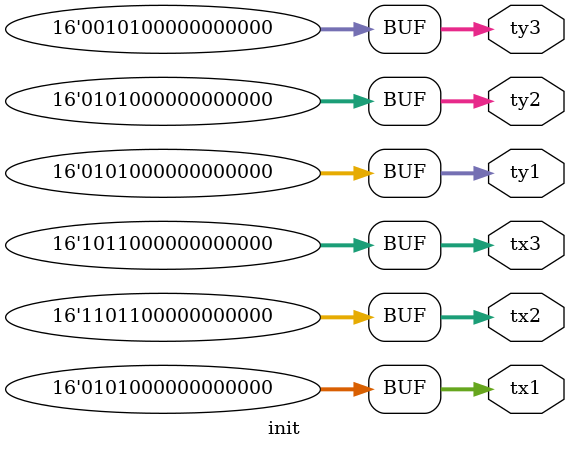
<source format=v>
`timescale 1ns / 1ps


module init(tx1,ty1,tx2,ty2,tx3,ty3);

output [15:0] tx1,ty1,tx2,ty2,tx3,ty3;


//the values can be read from a target file instead of hardcoding
assign tx1=16'd20480;  //10
assign ty1=16'd20480;  //10


assign tx2=-16'd10240;// -5
assign ty2=16'd20480;  //10



assign tx3=-16'd20480;  //-10
assign ty3=16'd10240; //5




endmodule

</source>
